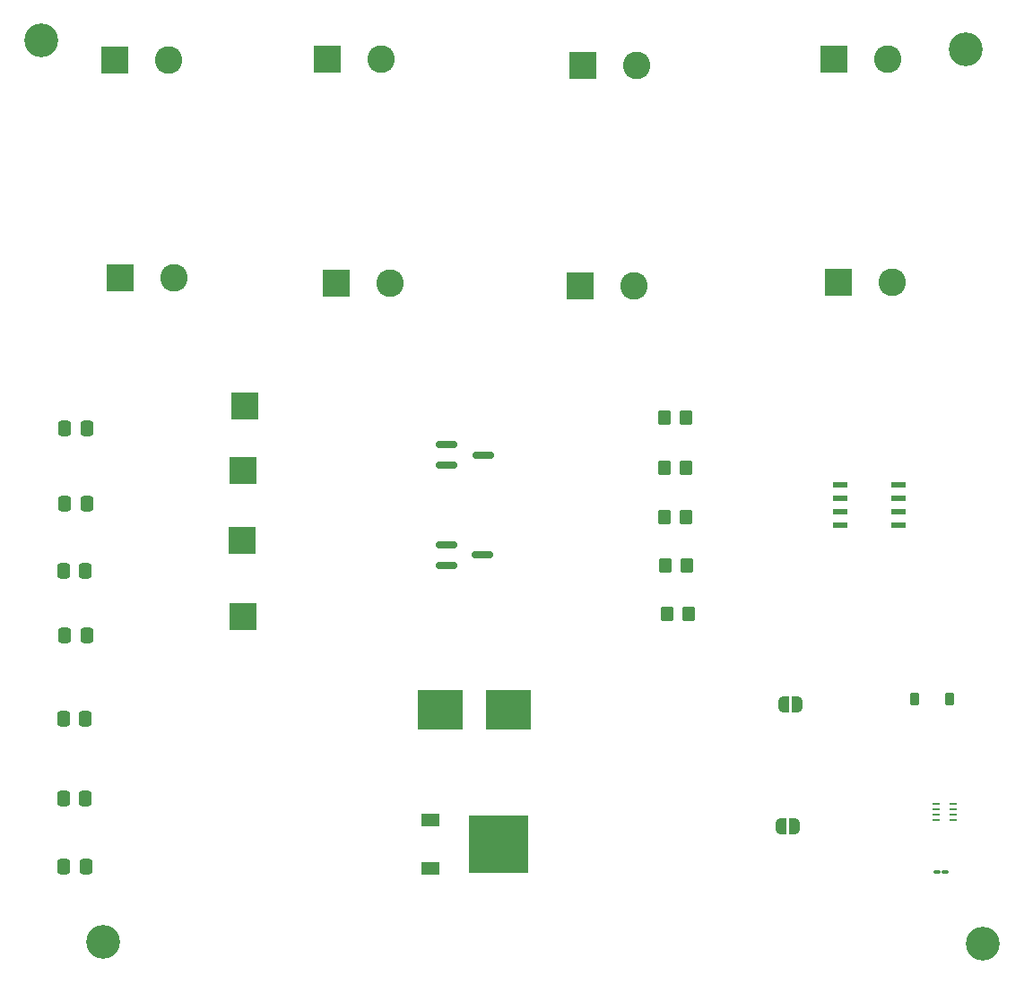
<source format=gbr>
G04 #@! TF.GenerationSoftware,KiCad,Pcbnew,8.0.4*
G04 #@! TF.CreationDate,2024-10-22T20:33:19-05:00*
G04 #@! TF.ProjectId,PCB_split,5043425f-7370-46c6-9974-2e6b69636164,rev?*
G04 #@! TF.SameCoordinates,Original*
G04 #@! TF.FileFunction,Soldermask,Top*
G04 #@! TF.FilePolarity,Negative*
%FSLAX46Y46*%
G04 Gerber Fmt 4.6, Leading zero omitted, Abs format (unit mm)*
G04 Created by KiCad (PCBNEW 8.0.4) date 2024-10-22 20:33:19*
%MOMM*%
%LPD*%
G01*
G04 APERTURE LIST*
G04 Aperture macros list*
%AMRoundRect*
0 Rectangle with rounded corners*
0 $1 Rounding radius*
0 $2 $3 $4 $5 $6 $7 $8 $9 X,Y pos of 4 corners*
0 Add a 4 corners polygon primitive as box body*
4,1,4,$2,$3,$4,$5,$6,$7,$8,$9,$2,$3,0*
0 Add four circle primitives for the rounded corners*
1,1,$1+$1,$2,$3*
1,1,$1+$1,$4,$5*
1,1,$1+$1,$6,$7*
1,1,$1+$1,$8,$9*
0 Add four rect primitives between the rounded corners*
20,1,$1+$1,$2,$3,$4,$5,0*
20,1,$1+$1,$4,$5,$6,$7,0*
20,1,$1+$1,$6,$7,$8,$9,0*
20,1,$1+$1,$8,$9,$2,$3,0*%
%AMFreePoly0*
4,1,19,0.500000,-0.750000,0.000000,-0.750000,0.000000,-0.744911,-0.071157,-0.744911,-0.207708,-0.704816,-0.327430,-0.627875,-0.420627,-0.520320,-0.479746,-0.390866,-0.500000,-0.250000,-0.500000,0.250000,-0.479746,0.390866,-0.420627,0.520320,-0.327430,0.627875,-0.207708,0.704816,-0.071157,0.744911,0.000000,0.744911,0.000000,0.750000,0.500000,0.750000,0.500000,-0.750000,0.500000,-0.750000,
$1*%
%AMFreePoly1*
4,1,19,0.000000,0.744911,0.071157,0.744911,0.207708,0.704816,0.327430,0.627875,0.420627,0.520320,0.479746,0.390866,0.500000,0.250000,0.500000,-0.250000,0.479746,-0.390866,0.420627,-0.520320,0.327430,-0.627875,0.207708,-0.704816,0.071157,-0.744911,0.000000,-0.744911,0.000000,-0.750000,-0.500000,-0.750000,-0.500000,0.750000,0.000000,0.750000,0.000000,0.744911,0.000000,0.744911,
$1*%
G04 Aperture macros list end*
%ADD10RoundRect,0.250000X-0.337500X-0.475000X0.337500X-0.475000X0.337500X0.475000X-0.337500X0.475000X0*%
%ADD11FreePoly0,0.000000*%
%ADD12FreePoly1,0.000000*%
%ADD13RoundRect,0.250000X-0.350000X-0.450000X0.350000X-0.450000X0.350000X0.450000X-0.350000X0.450000X0*%
%ADD14C,3.200000*%
%ADD15R,2.600000X2.600000*%
%ADD16C,2.600000*%
%ADD17R,2.500000X2.500000*%
%ADD18R,0.711200X0.228600*%
%ADD19R,1.699999X1.300000*%
%ADD20R,5.699998X5.499999*%
%ADD21R,4.240000X3.810000*%
%ADD22RoundRect,0.162500X-0.837500X-0.162500X0.837500X-0.162500X0.837500X0.162500X-0.837500X0.162500X0*%
%ADD23R,1.460500X0.558800*%
%ADD24RoundRect,0.225000X-0.225000X-0.375000X0.225000X-0.375000X0.225000X0.375000X-0.225000X0.375000X0*%
%ADD25RoundRect,0.100000X-0.217500X-0.100000X0.217500X-0.100000X0.217500X0.100000X-0.217500X0.100000X0*%
G04 APERTURE END LIST*
D10*
G04 #@! TO.C,C5*
X95439500Y-104267000D03*
X97514500Y-104267000D03*
G04 #@! TD*
D11*
G04 #@! TO.C,JP2*
X163165000Y-114427000D03*
D12*
X164465000Y-114427000D03*
G04 #@! TD*
D10*
G04 #@! TO.C,C6*
X95439500Y-111760000D03*
X97514500Y-111760000D03*
G04 #@! TD*
G04 #@! TO.C,C7*
X95461000Y-118237000D03*
X97536000Y-118237000D03*
G04 #@! TD*
G04 #@! TO.C,C4*
X95566500Y-96393000D03*
X97641500Y-96393000D03*
G04 #@! TD*
D13*
G04 #@! TO.C,R2*
X152178000Y-80518000D03*
X154178000Y-80518000D03*
G04 #@! TD*
D14*
G04 #@! TO.C,H4*
X182245000Y-125476000D03*
G04 #@! TD*
D15*
G04 #@! TO.C,J6*
X144202150Y-63373000D03*
D16*
X149282150Y-63373000D03*
G04 #@! TD*
D17*
G04 #@! TO.C,TP4*
X112395000Y-94615000D03*
G04 #@! TD*
D10*
G04 #@! TO.C,C1*
X95566500Y-76835000D03*
X97641500Y-76835000D03*
G04 #@! TD*
D18*
G04 #@! TO.C,U2*
X177804376Y-112256811D03*
X177804376Y-112756937D03*
X177804376Y-113257063D03*
X177804376Y-113757189D03*
X179404576Y-113757189D03*
X179404576Y-113257063D03*
X179404576Y-112756937D03*
X179404576Y-112256811D03*
G04 #@! TD*
D19*
G04 #@! TO.C,U1*
X130066001Y-113793001D03*
X130066001Y-118362999D03*
D20*
X136506001Y-116078000D03*
G04 #@! TD*
D14*
G04 #@! TO.C,H2*
X180594000Y-41021000D03*
G04 #@! TD*
D16*
G04 #@! TO.C,J7*
X173285150Y-41910000D03*
D15*
X168205150Y-41910000D03*
G04 #@! TD*
D11*
G04 #@! TO.C,JP1*
X163449000Y-102870000D03*
D12*
X164749000Y-102870000D03*
G04 #@! TD*
D15*
G04 #@! TO.C,J4*
X121215150Y-63119000D03*
D16*
X126295150Y-63119000D03*
G04 #@! TD*
D21*
G04 #@! TO.C,F1*
X131044000Y-103378000D03*
X137414000Y-103378000D03*
G04 #@! TD*
D15*
G04 #@! TO.C,J2*
X100768150Y-62611000D03*
D16*
X105848150Y-62611000D03*
G04 #@! TD*
D13*
G04 #@! TO.C,R5*
X152432000Y-94361000D03*
X154432000Y-94361000D03*
G04 #@! TD*
D22*
G04 #@! TO.C,D2*
X131629150Y-78359000D03*
X131629150Y-80259000D03*
X135049150Y-79309000D03*
G04 #@! TD*
D16*
G04 #@! TO.C,J5*
X149531150Y-42469000D03*
D15*
X144451150Y-42469000D03*
G04 #@! TD*
D13*
G04 #@! TO.C,R1*
X152178000Y-75819000D03*
X154178000Y-75819000D03*
G04 #@! TD*
D23*
G04 #@! TO.C,Q1*
X168795700Y-82169000D03*
X168795700Y-83439000D03*
X168795700Y-84709000D03*
X168795700Y-85979000D03*
X174244000Y-85979000D03*
X174244000Y-84709000D03*
X174244000Y-83439000D03*
X174244000Y-82169000D03*
G04 #@! TD*
D17*
G04 #@! TO.C,TP2*
X112395000Y-80772000D03*
G04 #@! TD*
D24*
G04 #@! TO.C,D1*
X175770000Y-102362000D03*
X179070000Y-102362000D03*
G04 #@! TD*
D10*
G04 #@! TO.C,C3*
X95439500Y-90297000D03*
X97514500Y-90297000D03*
G04 #@! TD*
D17*
G04 #@! TO.C,TP1*
X112522000Y-74676000D03*
G04 #@! TD*
D22*
G04 #@! TO.C,D3*
X131581000Y-87823000D03*
X131581000Y-89723000D03*
X135001000Y-88773000D03*
G04 #@! TD*
D13*
G04 #@! TO.C,R4*
X152305000Y-89789000D03*
X154305000Y-89789000D03*
G04 #@! TD*
D16*
G04 #@! TO.C,J1*
X105335150Y-41961000D03*
D15*
X100255150Y-41961000D03*
G04 #@! TD*
D17*
G04 #@! TO.C,TP3*
X112325150Y-87398000D03*
G04 #@! TD*
D15*
G04 #@! TO.C,J8*
X168586150Y-62992000D03*
D16*
X173666150Y-62992000D03*
G04 #@! TD*
G04 #@! TO.C,J3*
X125406150Y-41910000D03*
D15*
X120326150Y-41910000D03*
G04 #@! TD*
D13*
G04 #@! TO.C,R3*
X152178000Y-85217000D03*
X154178000Y-85217000D03*
G04 #@! TD*
D25*
G04 #@! TO.C,L1*
X177900500Y-118745000D03*
X178715500Y-118745000D03*
G04 #@! TD*
D10*
G04 #@! TO.C,C2*
X95566500Y-83947000D03*
X97641500Y-83947000D03*
G04 #@! TD*
D14*
G04 #@! TO.C,H1*
X93345000Y-40132000D03*
G04 #@! TD*
G04 #@! TO.C,H3*
X99187000Y-125349000D03*
G04 #@! TD*
M02*

</source>
